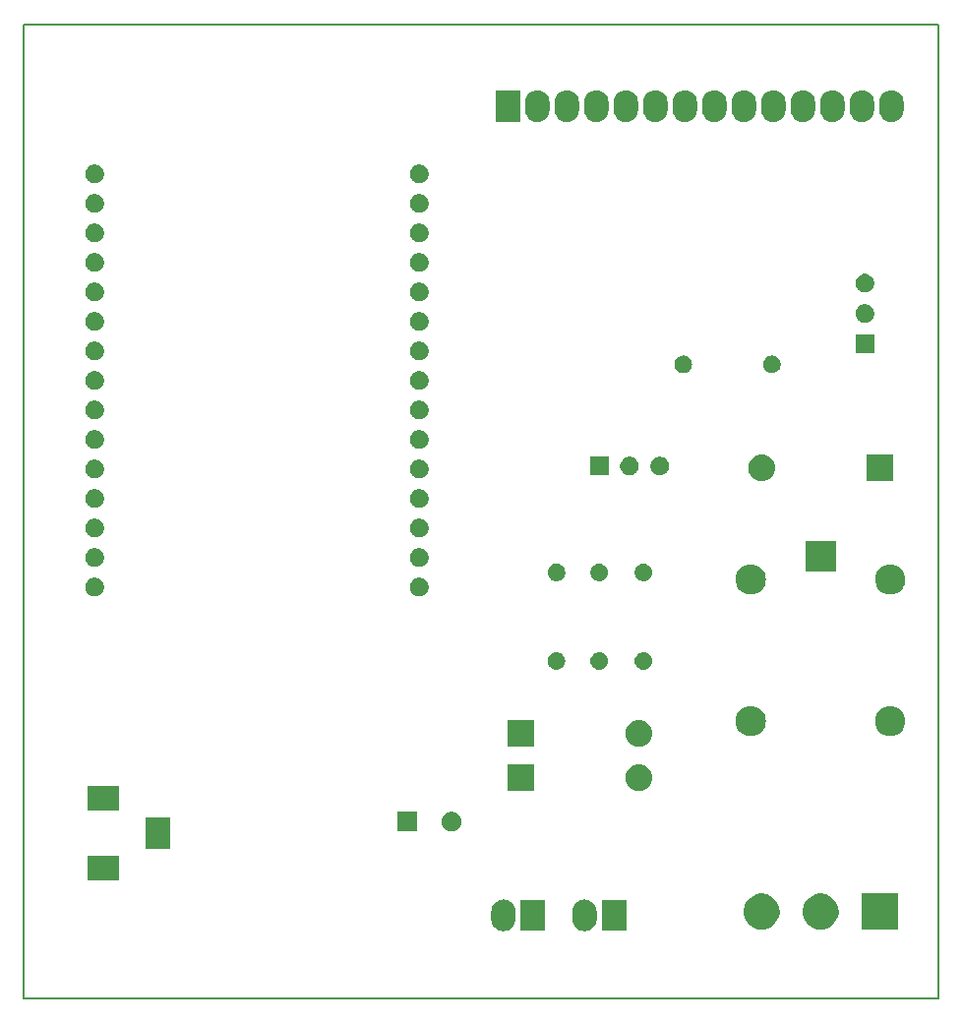
<source format=gbr>
G04 #@! TF.GenerationSoftware,KiCad,Pcbnew,(5.0.2)-1*
G04 #@! TF.CreationDate,2019-05-12T16:02:17+10:00*
G04 #@! TF.ProjectId,DTC,4454432e-6b69-4636-9164-5f7063625858,rev?*
G04 #@! TF.SameCoordinates,Original*
G04 #@! TF.FileFunction,Soldermask,Top*
G04 #@! TF.FilePolarity,Negative*
%FSLAX46Y46*%
G04 Gerber Fmt 4.6, Leading zero omitted, Abs format (unit mm)*
G04 Created by KiCad (PCBNEW (5.0.2)-1) date 12/05/2019 16:02:17*
%MOMM*%
%LPD*%
G01*
G04 APERTURE LIST*
%ADD10C,0.150000*%
%ADD11C,0.100000*%
G04 APERTURE END LIST*
D10*
X99060000Y-139700000D02*
X99060000Y-142240000D01*
X99060000Y-58420000D02*
X99060000Y-139700000D01*
X101600000Y-58420000D02*
X99060000Y-58420000D01*
X177800000Y-58420000D02*
X101600000Y-58420000D01*
X177800000Y-142240000D02*
X177800000Y-58420000D01*
X99060000Y-142240000D02*
X177800000Y-142240000D01*
D11*
G36*
X140552755Y-133722966D02*
X140750869Y-133783064D01*
X140933452Y-133880656D01*
X141093488Y-134011994D01*
X141224826Y-134172030D01*
X141270254Y-134257020D01*
X141322418Y-134354612D01*
X141352467Y-134453671D01*
X141382516Y-134552728D01*
X141397723Y-134707130D01*
X141397723Y-135410389D01*
X141382516Y-135564791D01*
X141322418Y-135762905D01*
X141224826Y-135945488D01*
X141219694Y-135951741D01*
X141093491Y-136105521D01*
X141093489Y-136105522D01*
X141093488Y-136105524D01*
X140933452Y-136236862D01*
X140750868Y-136334454D01*
X140552754Y-136394552D01*
X140346723Y-136414844D01*
X140140691Y-136394552D01*
X139942577Y-136334454D01*
X139759994Y-136236862D01*
X139619399Y-136121479D01*
X139599961Y-136105527D01*
X139599960Y-136105525D01*
X139599958Y-136105524D01*
X139468620Y-135945488D01*
X139371028Y-135762904D01*
X139310930Y-135564790D01*
X139295723Y-135410388D01*
X139295723Y-134707129D01*
X139310930Y-134552727D01*
X139350996Y-134420651D01*
X139371029Y-134354611D01*
X139468622Y-134172028D01*
X139599959Y-134011994D01*
X139759993Y-133880658D01*
X139759995Y-133880656D01*
X139942578Y-133783064D01*
X140140692Y-133722966D01*
X140346723Y-133702674D01*
X140552755Y-133722966D01*
X140552755Y-133722966D01*
G37*
G36*
X147526032Y-133722966D02*
X147724146Y-133783064D01*
X147906729Y-133880656D01*
X148066765Y-134011994D01*
X148198103Y-134172030D01*
X148243531Y-134257020D01*
X148295695Y-134354612D01*
X148325744Y-134453671D01*
X148355793Y-134552728D01*
X148371000Y-134707130D01*
X148371000Y-135410389D01*
X148355793Y-135564791D01*
X148295695Y-135762905D01*
X148198103Y-135945488D01*
X148192971Y-135951741D01*
X148066768Y-136105521D01*
X148066766Y-136105522D01*
X148066765Y-136105524D01*
X147906729Y-136236862D01*
X147724145Y-136334454D01*
X147526031Y-136394552D01*
X147320000Y-136414844D01*
X147113968Y-136394552D01*
X146915854Y-136334454D01*
X146733271Y-136236862D01*
X146592676Y-136121479D01*
X146573238Y-136105527D01*
X146573237Y-136105525D01*
X146573235Y-136105524D01*
X146441897Y-135945488D01*
X146344305Y-135762904D01*
X146284207Y-135564790D01*
X146269000Y-135410388D01*
X146269000Y-134707129D01*
X146284207Y-134552727D01*
X146324273Y-134420651D01*
X146344306Y-134354611D01*
X146441899Y-134172028D01*
X146573236Y-134011994D01*
X146733270Y-133880658D01*
X146733272Y-133880656D01*
X146915855Y-133783064D01*
X147113969Y-133722966D01*
X147320000Y-133702674D01*
X147526032Y-133722966D01*
X147526032Y-133722966D01*
G37*
G36*
X150911000Y-136409759D02*
X148809000Y-136409759D01*
X148809000Y-133707759D01*
X150911000Y-133707759D01*
X150911000Y-136409759D01*
X150911000Y-136409759D01*
G37*
G36*
X143937723Y-136409759D02*
X141835723Y-136409759D01*
X141835723Y-133707759D01*
X143937723Y-133707759D01*
X143937723Y-136409759D01*
X143937723Y-136409759D01*
G37*
G36*
X167992527Y-133235736D02*
X168092410Y-133255604D01*
X168374674Y-133372521D01*
X168628705Y-133542259D01*
X168844741Y-133758295D01*
X169014479Y-134012326D01*
X169080629Y-134172028D01*
X169131396Y-134294591D01*
X169182744Y-134552731D01*
X169191000Y-134594240D01*
X169191000Y-134899760D01*
X169131396Y-135199410D01*
X169014479Y-135481674D01*
X168844741Y-135735705D01*
X168628705Y-135951741D01*
X168374674Y-136121479D01*
X168092410Y-136238396D01*
X167992527Y-136258264D01*
X167792762Y-136298000D01*
X167487238Y-136298000D01*
X167287473Y-136258264D01*
X167187590Y-136238396D01*
X166905326Y-136121479D01*
X166651295Y-135951741D01*
X166435259Y-135735705D01*
X166265521Y-135481674D01*
X166148604Y-135199410D01*
X166089000Y-134899760D01*
X166089000Y-134594240D01*
X166097257Y-134552731D01*
X166148604Y-134294591D01*
X166199371Y-134172028D01*
X166265521Y-134012326D01*
X166435259Y-133758295D01*
X166651295Y-133542259D01*
X166905326Y-133372521D01*
X167187590Y-133255604D01*
X167287473Y-133235736D01*
X167487238Y-133196000D01*
X167792762Y-133196000D01*
X167992527Y-133235736D01*
X167992527Y-133235736D01*
G37*
G36*
X162912527Y-133235736D02*
X163012410Y-133255604D01*
X163294674Y-133372521D01*
X163548705Y-133542259D01*
X163764741Y-133758295D01*
X163934479Y-134012326D01*
X164000629Y-134172028D01*
X164051396Y-134294591D01*
X164102744Y-134552731D01*
X164111000Y-134594240D01*
X164111000Y-134899760D01*
X164051396Y-135199410D01*
X163934479Y-135481674D01*
X163764741Y-135735705D01*
X163548705Y-135951741D01*
X163294674Y-136121479D01*
X163012410Y-136238396D01*
X162912527Y-136258264D01*
X162712762Y-136298000D01*
X162407238Y-136298000D01*
X162207473Y-136258264D01*
X162107590Y-136238396D01*
X161825326Y-136121479D01*
X161571295Y-135951741D01*
X161355259Y-135735705D01*
X161185521Y-135481674D01*
X161068604Y-135199410D01*
X161009000Y-134899760D01*
X161009000Y-134594240D01*
X161017257Y-134552731D01*
X161068604Y-134294591D01*
X161119371Y-134172028D01*
X161185521Y-134012326D01*
X161355259Y-133758295D01*
X161571295Y-133542259D01*
X161825326Y-133372521D01*
X162107590Y-133255604D01*
X162207473Y-133235736D01*
X162407238Y-133196000D01*
X162712762Y-133196000D01*
X162912527Y-133235736D01*
X162912527Y-133235736D01*
G37*
G36*
X174271000Y-136298000D02*
X171169000Y-136298000D01*
X171169000Y-133196000D01*
X174271000Y-133196000D01*
X174271000Y-136298000D01*
X174271000Y-136298000D01*
G37*
G36*
X107269000Y-132067000D02*
X104567000Y-132067000D01*
X104567000Y-129965000D01*
X107269000Y-129965000D01*
X107269000Y-132067000D01*
X107269000Y-132067000D01*
G37*
G36*
X111669000Y-129367000D02*
X109567000Y-129367000D01*
X109567000Y-126665000D01*
X111669000Y-126665000D01*
X111669000Y-129367000D01*
X111669000Y-129367000D01*
G37*
G36*
X136128228Y-126181703D02*
X136283100Y-126245853D01*
X136422481Y-126338985D01*
X136541015Y-126457519D01*
X136634147Y-126596900D01*
X136698297Y-126751772D01*
X136731000Y-126916184D01*
X136731000Y-127083816D01*
X136698297Y-127248228D01*
X136634147Y-127403100D01*
X136541015Y-127542481D01*
X136422481Y-127661015D01*
X136283100Y-127754147D01*
X136128228Y-127818297D01*
X135963816Y-127851000D01*
X135796184Y-127851000D01*
X135631772Y-127818297D01*
X135476900Y-127754147D01*
X135337519Y-127661015D01*
X135218985Y-127542481D01*
X135125853Y-127403100D01*
X135061703Y-127248228D01*
X135029000Y-127083816D01*
X135029000Y-126916184D01*
X135061703Y-126751772D01*
X135125853Y-126596900D01*
X135218985Y-126457519D01*
X135337519Y-126338985D01*
X135476900Y-126245853D01*
X135631772Y-126181703D01*
X135796184Y-126149000D01*
X135963816Y-126149000D01*
X136128228Y-126181703D01*
X136128228Y-126181703D01*
G37*
G36*
X132931000Y-127851000D02*
X131229000Y-127851000D01*
X131229000Y-126149000D01*
X132931000Y-126149000D01*
X132931000Y-127851000D01*
X132931000Y-127851000D01*
G37*
G36*
X107269000Y-126067000D02*
X104567000Y-126067000D01*
X104567000Y-123965000D01*
X107269000Y-123965000D01*
X107269000Y-126067000D01*
X107269000Y-126067000D01*
G37*
G36*
X152143180Y-122045662D02*
X152244635Y-122055654D01*
X152461600Y-122121470D01*
X152461602Y-122121471D01*
X152461605Y-122121472D01*
X152661556Y-122228347D01*
X152836818Y-122372182D01*
X152980653Y-122547444D01*
X153087528Y-122747395D01*
X153087529Y-122747398D01*
X153087530Y-122747400D01*
X153153346Y-122964365D01*
X153175569Y-123190000D01*
X153153346Y-123415635D01*
X153087530Y-123632600D01*
X153087528Y-123632605D01*
X152980653Y-123832556D01*
X152836818Y-124007818D01*
X152661556Y-124151653D01*
X152461605Y-124258528D01*
X152461602Y-124258529D01*
X152461600Y-124258530D01*
X152244635Y-124324346D01*
X152143180Y-124334338D01*
X152075545Y-124341000D01*
X151962455Y-124341000D01*
X151894820Y-124334338D01*
X151793365Y-124324346D01*
X151576400Y-124258530D01*
X151576398Y-124258529D01*
X151576395Y-124258528D01*
X151376444Y-124151653D01*
X151201182Y-124007818D01*
X151057347Y-123832556D01*
X150950472Y-123632605D01*
X150950470Y-123632600D01*
X150884654Y-123415635D01*
X150862431Y-123190000D01*
X150884654Y-122964365D01*
X150950470Y-122747400D01*
X150950471Y-122747398D01*
X150950472Y-122747395D01*
X151057347Y-122547444D01*
X151201182Y-122372182D01*
X151376444Y-122228347D01*
X151576395Y-122121472D01*
X151576398Y-122121471D01*
X151576400Y-122121470D01*
X151793365Y-122055654D01*
X151894820Y-122045662D01*
X151962455Y-122039000D01*
X152075545Y-122039000D01*
X152143180Y-122045662D01*
X152143180Y-122045662D01*
G37*
G36*
X143010000Y-124341000D02*
X140708000Y-124341000D01*
X140708000Y-122039000D01*
X143010000Y-122039000D01*
X143010000Y-124341000D01*
X143010000Y-124341000D01*
G37*
G36*
X152143180Y-118235662D02*
X152244635Y-118245654D01*
X152461600Y-118311470D01*
X152461602Y-118311471D01*
X152461605Y-118311472D01*
X152661556Y-118418347D01*
X152836818Y-118562182D01*
X152980653Y-118737444D01*
X153087528Y-118937395D01*
X153087529Y-118937398D01*
X153087530Y-118937400D01*
X153153346Y-119154365D01*
X153175569Y-119380000D01*
X153153346Y-119605635D01*
X153087530Y-119822600D01*
X153087528Y-119822605D01*
X152980653Y-120022556D01*
X152836818Y-120197818D01*
X152661556Y-120341653D01*
X152461605Y-120448528D01*
X152461602Y-120448529D01*
X152461600Y-120448530D01*
X152244635Y-120514346D01*
X152143180Y-120524338D01*
X152075545Y-120531000D01*
X151962455Y-120531000D01*
X151894820Y-120524338D01*
X151793365Y-120514346D01*
X151576400Y-120448530D01*
X151576398Y-120448529D01*
X151576395Y-120448528D01*
X151376444Y-120341653D01*
X151201182Y-120197818D01*
X151057347Y-120022556D01*
X150950472Y-119822605D01*
X150950470Y-119822600D01*
X150884654Y-119605635D01*
X150862431Y-119380000D01*
X150884654Y-119154365D01*
X150950470Y-118937400D01*
X150950471Y-118937398D01*
X150950472Y-118937395D01*
X151057347Y-118737444D01*
X151201182Y-118562182D01*
X151376444Y-118418347D01*
X151576395Y-118311472D01*
X151576398Y-118311471D01*
X151576400Y-118311470D01*
X151793365Y-118245654D01*
X151894820Y-118235662D01*
X151962455Y-118229000D01*
X152075545Y-118229000D01*
X152143180Y-118235662D01*
X152143180Y-118235662D01*
G37*
G36*
X143010000Y-120531000D02*
X140708000Y-120531000D01*
X140708000Y-118229000D01*
X143010000Y-118229000D01*
X143010000Y-120531000D01*
X143010000Y-120531000D01*
G37*
G36*
X173751689Y-117043706D02*
X173895040Y-117057825D01*
X174140280Y-117132218D01*
X174140282Y-117132219D01*
X174366296Y-117253026D01*
X174564397Y-117415603D01*
X174726974Y-117613704D01*
X174726975Y-117613706D01*
X174847782Y-117839720D01*
X174922175Y-118084960D01*
X174947294Y-118340000D01*
X174922175Y-118595040D01*
X174847782Y-118840280D01*
X174847781Y-118840282D01*
X174726974Y-119066296D01*
X174564397Y-119264397D01*
X174366296Y-119426974D01*
X174366294Y-119426975D01*
X174140280Y-119547782D01*
X173895040Y-119622175D01*
X173751689Y-119636294D01*
X173703906Y-119641000D01*
X173576094Y-119641000D01*
X173528311Y-119636294D01*
X173384960Y-119622175D01*
X173139720Y-119547782D01*
X172913706Y-119426975D01*
X172913704Y-119426974D01*
X172715603Y-119264397D01*
X172553026Y-119066296D01*
X172432219Y-118840282D01*
X172432218Y-118840280D01*
X172357825Y-118595040D01*
X172332706Y-118340000D01*
X172357825Y-118084960D01*
X172432218Y-117839720D01*
X172553025Y-117613706D01*
X172553026Y-117613704D01*
X172715603Y-117415603D01*
X172913704Y-117253026D01*
X173139718Y-117132219D01*
X173139720Y-117132218D01*
X173384960Y-117057825D01*
X173528311Y-117043706D01*
X173576094Y-117039000D01*
X173703906Y-117039000D01*
X173751689Y-117043706D01*
X173751689Y-117043706D01*
G37*
G36*
X161751689Y-117043706D02*
X161895040Y-117057825D01*
X162140280Y-117132218D01*
X162140282Y-117132219D01*
X162366296Y-117253026D01*
X162564397Y-117415603D01*
X162726974Y-117613704D01*
X162726975Y-117613706D01*
X162847782Y-117839720D01*
X162922175Y-118084960D01*
X162947294Y-118340000D01*
X162922175Y-118595040D01*
X162847782Y-118840280D01*
X162847781Y-118840282D01*
X162726974Y-119066296D01*
X162564397Y-119264397D01*
X162366296Y-119426974D01*
X162366294Y-119426975D01*
X162140280Y-119547782D01*
X161895040Y-119622175D01*
X161751689Y-119636294D01*
X161703906Y-119641000D01*
X161576094Y-119641000D01*
X161528311Y-119636294D01*
X161384960Y-119622175D01*
X161139720Y-119547782D01*
X160913706Y-119426975D01*
X160913704Y-119426974D01*
X160715603Y-119264397D01*
X160553026Y-119066296D01*
X160432219Y-118840282D01*
X160432218Y-118840280D01*
X160357825Y-118595040D01*
X160332706Y-118340000D01*
X160357825Y-118084960D01*
X160432218Y-117839720D01*
X160553025Y-117613706D01*
X160553026Y-117613704D01*
X160715603Y-117415603D01*
X160913704Y-117253026D01*
X161139718Y-117132219D01*
X161139720Y-117132218D01*
X161384960Y-117057825D01*
X161528311Y-117043706D01*
X161576094Y-117039000D01*
X161703906Y-117039000D01*
X161751689Y-117043706D01*
X161751689Y-117043706D01*
G37*
G36*
X148663665Y-112409622D02*
X148737222Y-112416867D01*
X148878786Y-112459810D01*
X149009252Y-112529546D01*
X149123606Y-112623394D01*
X149217454Y-112737748D01*
X149287190Y-112868214D01*
X149330133Y-113009778D01*
X149344633Y-113157000D01*
X149330133Y-113304222D01*
X149287190Y-113445786D01*
X149217454Y-113576252D01*
X149123606Y-113690606D01*
X149009252Y-113784454D01*
X148878786Y-113854190D01*
X148737222Y-113897133D01*
X148663665Y-113904378D01*
X148626888Y-113908000D01*
X148553112Y-113908000D01*
X148516335Y-113904378D01*
X148442778Y-113897133D01*
X148301214Y-113854190D01*
X148170748Y-113784454D01*
X148056394Y-113690606D01*
X147962546Y-113576252D01*
X147892810Y-113445786D01*
X147849867Y-113304222D01*
X147835367Y-113157000D01*
X147849867Y-113009778D01*
X147892810Y-112868214D01*
X147962546Y-112737748D01*
X148056394Y-112623394D01*
X148170748Y-112529546D01*
X148301214Y-112459810D01*
X148442778Y-112416867D01*
X148516335Y-112409622D01*
X148553112Y-112406000D01*
X148626888Y-112406000D01*
X148663665Y-112409622D01*
X148663665Y-112409622D01*
G37*
G36*
X144980665Y-112409622D02*
X145054222Y-112416867D01*
X145195786Y-112459810D01*
X145326252Y-112529546D01*
X145440606Y-112623394D01*
X145534454Y-112737748D01*
X145604190Y-112868214D01*
X145647133Y-113009778D01*
X145661633Y-113157000D01*
X145647133Y-113304222D01*
X145604190Y-113445786D01*
X145534454Y-113576252D01*
X145440606Y-113690606D01*
X145326252Y-113784454D01*
X145195786Y-113854190D01*
X145054222Y-113897133D01*
X144980665Y-113904378D01*
X144943888Y-113908000D01*
X144870112Y-113908000D01*
X144833335Y-113904378D01*
X144759778Y-113897133D01*
X144618214Y-113854190D01*
X144487748Y-113784454D01*
X144373394Y-113690606D01*
X144279546Y-113576252D01*
X144209810Y-113445786D01*
X144166867Y-113304222D01*
X144152367Y-113157000D01*
X144166867Y-113009778D01*
X144209810Y-112868214D01*
X144279546Y-112737748D01*
X144373394Y-112623394D01*
X144487748Y-112529546D01*
X144618214Y-112459810D01*
X144759778Y-112416867D01*
X144833335Y-112409622D01*
X144870112Y-112406000D01*
X144943888Y-112406000D01*
X144980665Y-112409622D01*
X144980665Y-112409622D01*
G37*
G36*
X152473665Y-112409622D02*
X152547222Y-112416867D01*
X152688786Y-112459810D01*
X152819252Y-112529546D01*
X152933606Y-112623394D01*
X153027454Y-112737748D01*
X153097190Y-112868214D01*
X153140133Y-113009778D01*
X153154633Y-113157000D01*
X153140133Y-113304222D01*
X153097190Y-113445786D01*
X153027454Y-113576252D01*
X152933606Y-113690606D01*
X152819252Y-113784454D01*
X152688786Y-113854190D01*
X152547222Y-113897133D01*
X152473665Y-113904378D01*
X152436888Y-113908000D01*
X152363112Y-113908000D01*
X152326335Y-113904378D01*
X152252778Y-113897133D01*
X152111214Y-113854190D01*
X151980748Y-113784454D01*
X151866394Y-113690606D01*
X151772546Y-113576252D01*
X151702810Y-113445786D01*
X151659867Y-113304222D01*
X151645367Y-113157000D01*
X151659867Y-113009778D01*
X151702810Y-112868214D01*
X151772546Y-112737748D01*
X151866394Y-112623394D01*
X151980748Y-112529546D01*
X152111214Y-112459810D01*
X152252778Y-112416867D01*
X152326335Y-112409622D01*
X152363112Y-112406000D01*
X152436888Y-112406000D01*
X152473665Y-112409622D01*
X152473665Y-112409622D01*
G37*
G36*
X105393142Y-106025242D02*
X105541102Y-106086530D01*
X105674258Y-106175502D01*
X105787498Y-106288742D01*
X105876470Y-106421898D01*
X105937758Y-106569858D01*
X105969000Y-106726925D01*
X105969000Y-106887075D01*
X105937758Y-107044142D01*
X105876470Y-107192102D01*
X105831683Y-107259130D01*
X105787499Y-107325257D01*
X105674257Y-107438499D01*
X105608130Y-107482683D01*
X105541102Y-107527470D01*
X105393142Y-107588758D01*
X105236075Y-107620000D01*
X105075925Y-107620000D01*
X104918858Y-107588758D01*
X104770898Y-107527470D01*
X104703870Y-107482683D01*
X104637743Y-107438499D01*
X104524501Y-107325257D01*
X104480317Y-107259130D01*
X104435530Y-107192102D01*
X104374242Y-107044142D01*
X104343000Y-106887075D01*
X104343000Y-106726925D01*
X104374242Y-106569858D01*
X104435530Y-106421898D01*
X104524502Y-106288742D01*
X104637742Y-106175502D01*
X104770898Y-106086530D01*
X104918858Y-106025242D01*
X105075925Y-105994000D01*
X105236075Y-105994000D01*
X105393142Y-106025242D01*
X105393142Y-106025242D01*
G37*
G36*
X133333142Y-106025242D02*
X133481102Y-106086530D01*
X133614258Y-106175502D01*
X133727498Y-106288742D01*
X133816470Y-106421898D01*
X133877758Y-106569858D01*
X133909000Y-106726925D01*
X133909000Y-106887075D01*
X133877758Y-107044142D01*
X133816470Y-107192102D01*
X133771683Y-107259130D01*
X133727499Y-107325257D01*
X133614257Y-107438499D01*
X133548130Y-107482683D01*
X133481102Y-107527470D01*
X133333142Y-107588758D01*
X133176075Y-107620000D01*
X133015925Y-107620000D01*
X132858858Y-107588758D01*
X132710898Y-107527470D01*
X132643870Y-107482683D01*
X132577743Y-107438499D01*
X132464501Y-107325257D01*
X132420317Y-107259130D01*
X132375530Y-107192102D01*
X132314242Y-107044142D01*
X132283000Y-106887075D01*
X132283000Y-106726925D01*
X132314242Y-106569858D01*
X132375530Y-106421898D01*
X132464502Y-106288742D01*
X132577742Y-106175502D01*
X132710898Y-106086530D01*
X132858858Y-106025242D01*
X133015925Y-105994000D01*
X133176075Y-105994000D01*
X133333142Y-106025242D01*
X133333142Y-106025242D01*
G37*
G36*
X173751689Y-104843706D02*
X173895040Y-104857825D01*
X174140280Y-104932218D01*
X174140282Y-104932219D01*
X174366296Y-105053026D01*
X174564397Y-105215603D01*
X174726974Y-105413704D01*
X174726975Y-105413706D01*
X174847782Y-105639720D01*
X174922175Y-105884960D01*
X174947294Y-106140000D01*
X174922175Y-106395040D01*
X174869144Y-106569858D01*
X174847781Y-106640282D01*
X174726974Y-106866296D01*
X174564397Y-107064397D01*
X174366296Y-107226974D01*
X174140282Y-107347781D01*
X174140280Y-107347782D01*
X173895040Y-107422175D01*
X173751689Y-107436294D01*
X173703906Y-107441000D01*
X173576094Y-107441000D01*
X173528311Y-107436294D01*
X173384960Y-107422175D01*
X173139720Y-107347782D01*
X173139718Y-107347781D01*
X172913704Y-107226974D01*
X172715603Y-107064397D01*
X172553026Y-106866296D01*
X172432219Y-106640282D01*
X172410856Y-106569858D01*
X172357825Y-106395040D01*
X172332706Y-106140000D01*
X172357825Y-105884960D01*
X172432218Y-105639720D01*
X172553025Y-105413706D01*
X172553026Y-105413704D01*
X172715603Y-105215603D01*
X172913704Y-105053026D01*
X173139718Y-104932219D01*
X173139720Y-104932218D01*
X173384960Y-104857825D01*
X173528311Y-104843706D01*
X173576094Y-104839000D01*
X173703906Y-104839000D01*
X173751689Y-104843706D01*
X173751689Y-104843706D01*
G37*
G36*
X161751689Y-104843706D02*
X161895040Y-104857825D01*
X162140280Y-104932218D01*
X162140282Y-104932219D01*
X162366296Y-105053026D01*
X162564397Y-105215603D01*
X162726974Y-105413704D01*
X162726975Y-105413706D01*
X162847782Y-105639720D01*
X162922175Y-105884960D01*
X162947294Y-106140000D01*
X162922175Y-106395040D01*
X162869144Y-106569858D01*
X162847781Y-106640282D01*
X162726974Y-106866296D01*
X162564397Y-107064397D01*
X162366296Y-107226974D01*
X162140282Y-107347781D01*
X162140280Y-107347782D01*
X161895040Y-107422175D01*
X161751689Y-107436294D01*
X161703906Y-107441000D01*
X161576094Y-107441000D01*
X161528311Y-107436294D01*
X161384960Y-107422175D01*
X161139720Y-107347782D01*
X161139718Y-107347781D01*
X160913704Y-107226974D01*
X160715603Y-107064397D01*
X160553026Y-106866296D01*
X160432219Y-106640282D01*
X160410856Y-106569858D01*
X160357825Y-106395040D01*
X160332706Y-106140000D01*
X160357825Y-105884960D01*
X160432218Y-105639720D01*
X160553025Y-105413706D01*
X160553026Y-105413704D01*
X160715603Y-105215603D01*
X160913704Y-105053026D01*
X161139718Y-104932219D01*
X161139720Y-104932218D01*
X161384960Y-104857825D01*
X161528311Y-104843706D01*
X161576094Y-104839000D01*
X161703906Y-104839000D01*
X161751689Y-104843706D01*
X161751689Y-104843706D01*
G37*
G36*
X145039004Y-104797544D02*
X145126059Y-104814860D01*
X145262732Y-104871472D01*
X145353645Y-104932218D01*
X145385738Y-104953662D01*
X145490338Y-105058262D01*
X145490340Y-105058265D01*
X145572528Y-105181268D01*
X145629140Y-105317941D01*
X145646456Y-105404996D01*
X145653618Y-105441000D01*
X145658000Y-105463033D01*
X145658000Y-105610967D01*
X145629140Y-105756059D01*
X145572528Y-105892732D01*
X145572527Y-105892733D01*
X145490338Y-106015738D01*
X145385738Y-106120338D01*
X145385735Y-106120340D01*
X145262732Y-106202528D01*
X145126059Y-106259140D01*
X145039004Y-106276456D01*
X144980969Y-106288000D01*
X144833031Y-106288000D01*
X144774996Y-106276456D01*
X144687941Y-106259140D01*
X144551268Y-106202528D01*
X144428265Y-106120340D01*
X144428262Y-106120338D01*
X144323662Y-106015738D01*
X144241473Y-105892733D01*
X144241472Y-105892732D01*
X144184860Y-105756059D01*
X144156000Y-105610967D01*
X144156000Y-105463033D01*
X144160383Y-105441000D01*
X144167544Y-105404996D01*
X144184860Y-105317941D01*
X144241472Y-105181268D01*
X144323660Y-105058265D01*
X144323662Y-105058262D01*
X144428262Y-104953662D01*
X144460355Y-104932218D01*
X144551268Y-104871472D01*
X144687941Y-104814860D01*
X144774996Y-104797544D01*
X144833031Y-104786000D01*
X144980969Y-104786000D01*
X145039004Y-104797544D01*
X145039004Y-104797544D01*
G37*
G36*
X148722004Y-104797544D02*
X148809059Y-104814860D01*
X148945732Y-104871472D01*
X149036645Y-104932218D01*
X149068738Y-104953662D01*
X149173338Y-105058262D01*
X149173340Y-105058265D01*
X149255528Y-105181268D01*
X149312140Y-105317941D01*
X149329456Y-105404996D01*
X149336618Y-105441000D01*
X149341000Y-105463033D01*
X149341000Y-105610967D01*
X149312140Y-105756059D01*
X149255528Y-105892732D01*
X149255527Y-105892733D01*
X149173338Y-106015738D01*
X149068738Y-106120338D01*
X149068735Y-106120340D01*
X148945732Y-106202528D01*
X148809059Y-106259140D01*
X148722004Y-106276456D01*
X148663969Y-106288000D01*
X148516031Y-106288000D01*
X148457996Y-106276456D01*
X148370941Y-106259140D01*
X148234268Y-106202528D01*
X148111265Y-106120340D01*
X148111262Y-106120338D01*
X148006662Y-106015738D01*
X147924473Y-105892733D01*
X147924472Y-105892732D01*
X147867860Y-105756059D01*
X147839000Y-105610967D01*
X147839000Y-105463033D01*
X147843383Y-105441000D01*
X147850544Y-105404996D01*
X147867860Y-105317941D01*
X147924472Y-105181268D01*
X148006660Y-105058265D01*
X148006662Y-105058262D01*
X148111262Y-104953662D01*
X148143355Y-104932218D01*
X148234268Y-104871472D01*
X148370941Y-104814860D01*
X148457996Y-104797544D01*
X148516031Y-104786000D01*
X148663969Y-104786000D01*
X148722004Y-104797544D01*
X148722004Y-104797544D01*
G37*
G36*
X152532004Y-104797544D02*
X152619059Y-104814860D01*
X152755732Y-104871472D01*
X152846645Y-104932218D01*
X152878738Y-104953662D01*
X152983338Y-105058262D01*
X152983340Y-105058265D01*
X153065528Y-105181268D01*
X153122140Y-105317941D01*
X153139456Y-105404996D01*
X153146618Y-105441000D01*
X153151000Y-105463033D01*
X153151000Y-105610967D01*
X153122140Y-105756059D01*
X153065528Y-105892732D01*
X153065527Y-105892733D01*
X152983338Y-106015738D01*
X152878738Y-106120338D01*
X152878735Y-106120340D01*
X152755732Y-106202528D01*
X152619059Y-106259140D01*
X152532004Y-106276456D01*
X152473969Y-106288000D01*
X152326031Y-106288000D01*
X152267996Y-106276456D01*
X152180941Y-106259140D01*
X152044268Y-106202528D01*
X151921265Y-106120340D01*
X151921262Y-106120338D01*
X151816662Y-106015738D01*
X151734473Y-105892733D01*
X151734472Y-105892732D01*
X151677860Y-105756059D01*
X151649000Y-105610967D01*
X151649000Y-105463033D01*
X151653383Y-105441000D01*
X151660544Y-105404996D01*
X151677860Y-105317941D01*
X151734472Y-105181268D01*
X151816660Y-105058265D01*
X151816662Y-105058262D01*
X151921262Y-104953662D01*
X151953355Y-104932218D01*
X152044268Y-104871472D01*
X152180941Y-104814860D01*
X152267996Y-104797544D01*
X152326031Y-104786000D01*
X152473969Y-104786000D01*
X152532004Y-104797544D01*
X152532004Y-104797544D01*
G37*
G36*
X168941000Y-105441000D02*
X166339000Y-105441000D01*
X166339000Y-102839000D01*
X168941000Y-102839000D01*
X168941000Y-105441000D01*
X168941000Y-105441000D01*
G37*
G36*
X105393142Y-103485242D02*
X105541102Y-103546530D01*
X105674258Y-103635502D01*
X105787498Y-103748742D01*
X105876470Y-103881898D01*
X105937758Y-104029858D01*
X105969000Y-104186925D01*
X105969000Y-104347075D01*
X105937758Y-104504142D01*
X105890354Y-104618583D01*
X105876471Y-104652100D01*
X105787499Y-104785257D01*
X105674257Y-104898499D01*
X105623791Y-104932219D01*
X105541102Y-104987470D01*
X105393142Y-105048758D01*
X105236075Y-105080000D01*
X105075925Y-105080000D01*
X104918858Y-105048758D01*
X104770898Y-104987470D01*
X104688209Y-104932219D01*
X104637743Y-104898499D01*
X104524501Y-104785257D01*
X104435529Y-104652100D01*
X104421646Y-104618583D01*
X104374242Y-104504142D01*
X104343000Y-104347075D01*
X104343000Y-104186925D01*
X104374242Y-104029858D01*
X104435530Y-103881898D01*
X104524502Y-103748742D01*
X104637742Y-103635502D01*
X104770898Y-103546530D01*
X104918858Y-103485242D01*
X105075925Y-103454000D01*
X105236075Y-103454000D01*
X105393142Y-103485242D01*
X105393142Y-103485242D01*
G37*
G36*
X133333142Y-103485242D02*
X133481102Y-103546530D01*
X133614258Y-103635502D01*
X133727498Y-103748742D01*
X133816470Y-103881898D01*
X133877758Y-104029858D01*
X133909000Y-104186925D01*
X133909000Y-104347075D01*
X133877758Y-104504142D01*
X133830354Y-104618583D01*
X133816471Y-104652100D01*
X133727499Y-104785257D01*
X133614257Y-104898499D01*
X133563791Y-104932219D01*
X133481102Y-104987470D01*
X133333142Y-105048758D01*
X133176075Y-105080000D01*
X133015925Y-105080000D01*
X132858858Y-105048758D01*
X132710898Y-104987470D01*
X132628209Y-104932219D01*
X132577743Y-104898499D01*
X132464501Y-104785257D01*
X132375529Y-104652100D01*
X132361646Y-104618583D01*
X132314242Y-104504142D01*
X132283000Y-104347075D01*
X132283000Y-104186925D01*
X132314242Y-104029858D01*
X132375530Y-103881898D01*
X132464502Y-103748742D01*
X132577742Y-103635502D01*
X132710898Y-103546530D01*
X132858858Y-103485242D01*
X133015925Y-103454000D01*
X133176075Y-103454000D01*
X133333142Y-103485242D01*
X133333142Y-103485242D01*
G37*
G36*
X105393142Y-100945242D02*
X105541102Y-101006530D01*
X105674258Y-101095502D01*
X105787498Y-101208742D01*
X105876470Y-101341898D01*
X105937758Y-101489858D01*
X105969000Y-101646925D01*
X105969000Y-101807075D01*
X105937758Y-101964142D01*
X105876470Y-102112102D01*
X105787498Y-102245258D01*
X105674258Y-102358498D01*
X105541102Y-102447470D01*
X105393142Y-102508758D01*
X105236075Y-102540000D01*
X105075925Y-102540000D01*
X104918858Y-102508758D01*
X104770898Y-102447470D01*
X104637742Y-102358498D01*
X104524502Y-102245258D01*
X104435530Y-102112102D01*
X104374242Y-101964142D01*
X104343000Y-101807075D01*
X104343000Y-101646925D01*
X104374242Y-101489858D01*
X104435530Y-101341898D01*
X104524502Y-101208742D01*
X104637742Y-101095502D01*
X104770898Y-101006530D01*
X104918858Y-100945242D01*
X105075925Y-100914000D01*
X105236075Y-100914000D01*
X105393142Y-100945242D01*
X105393142Y-100945242D01*
G37*
G36*
X133333142Y-100945242D02*
X133481102Y-101006530D01*
X133614258Y-101095502D01*
X133727498Y-101208742D01*
X133816470Y-101341898D01*
X133877758Y-101489858D01*
X133909000Y-101646925D01*
X133909000Y-101807075D01*
X133877758Y-101964142D01*
X133816470Y-102112102D01*
X133727498Y-102245258D01*
X133614258Y-102358498D01*
X133481102Y-102447470D01*
X133333142Y-102508758D01*
X133176075Y-102540000D01*
X133015925Y-102540000D01*
X132858858Y-102508758D01*
X132710898Y-102447470D01*
X132577742Y-102358498D01*
X132464502Y-102245258D01*
X132375530Y-102112102D01*
X132314242Y-101964142D01*
X132283000Y-101807075D01*
X132283000Y-101646925D01*
X132314242Y-101489858D01*
X132375530Y-101341898D01*
X132464502Y-101208742D01*
X132577742Y-101095502D01*
X132710898Y-101006530D01*
X132858858Y-100945242D01*
X133015925Y-100914000D01*
X133176075Y-100914000D01*
X133333142Y-100945242D01*
X133333142Y-100945242D01*
G37*
G36*
X105393142Y-98405242D02*
X105541102Y-98466530D01*
X105674258Y-98555502D01*
X105787498Y-98668742D01*
X105876470Y-98801898D01*
X105937758Y-98949858D01*
X105969000Y-99106925D01*
X105969000Y-99267075D01*
X105937758Y-99424142D01*
X105876470Y-99572102D01*
X105787498Y-99705258D01*
X105674258Y-99818498D01*
X105541102Y-99907470D01*
X105393142Y-99968758D01*
X105236075Y-100000000D01*
X105075925Y-100000000D01*
X104918858Y-99968758D01*
X104770898Y-99907470D01*
X104637742Y-99818498D01*
X104524502Y-99705258D01*
X104435530Y-99572102D01*
X104374242Y-99424142D01*
X104343000Y-99267075D01*
X104343000Y-99106925D01*
X104374242Y-98949858D01*
X104435530Y-98801898D01*
X104524502Y-98668742D01*
X104637742Y-98555502D01*
X104770898Y-98466530D01*
X104918858Y-98405242D01*
X105075925Y-98374000D01*
X105236075Y-98374000D01*
X105393142Y-98405242D01*
X105393142Y-98405242D01*
G37*
G36*
X133333142Y-98405242D02*
X133481102Y-98466530D01*
X133614258Y-98555502D01*
X133727498Y-98668742D01*
X133816470Y-98801898D01*
X133877758Y-98949858D01*
X133909000Y-99106925D01*
X133909000Y-99267075D01*
X133877758Y-99424142D01*
X133816470Y-99572102D01*
X133727498Y-99705258D01*
X133614258Y-99818498D01*
X133481102Y-99907470D01*
X133333142Y-99968758D01*
X133176075Y-100000000D01*
X133015925Y-100000000D01*
X132858858Y-99968758D01*
X132710898Y-99907470D01*
X132577742Y-99818498D01*
X132464502Y-99705258D01*
X132375530Y-99572102D01*
X132314242Y-99424142D01*
X132283000Y-99267075D01*
X132283000Y-99106925D01*
X132314242Y-98949858D01*
X132375530Y-98801898D01*
X132464502Y-98668742D01*
X132577742Y-98555502D01*
X132710898Y-98466530D01*
X132858858Y-98405242D01*
X133015925Y-98374000D01*
X133176075Y-98374000D01*
X133333142Y-98405242D01*
X133333142Y-98405242D01*
G37*
G36*
X173871000Y-97671000D02*
X171569000Y-97671000D01*
X171569000Y-95369000D01*
X173871000Y-95369000D01*
X173871000Y-97671000D01*
X173871000Y-97671000D01*
G37*
G36*
X162684180Y-95375662D02*
X162785635Y-95385654D01*
X163002600Y-95451470D01*
X163002602Y-95451471D01*
X163002605Y-95451472D01*
X163202556Y-95558347D01*
X163377818Y-95702182D01*
X163521653Y-95877444D01*
X163628528Y-96077395D01*
X163628529Y-96077398D01*
X163628530Y-96077400D01*
X163694346Y-96294365D01*
X163716569Y-96520000D01*
X163694346Y-96745635D01*
X163646425Y-96903608D01*
X163628528Y-96962605D01*
X163521653Y-97162556D01*
X163377818Y-97337818D01*
X163202556Y-97481653D01*
X163002605Y-97588528D01*
X163002602Y-97588529D01*
X163002600Y-97588530D01*
X162785635Y-97654346D01*
X162684180Y-97664338D01*
X162616545Y-97671000D01*
X162503455Y-97671000D01*
X162435820Y-97664338D01*
X162334365Y-97654346D01*
X162117400Y-97588530D01*
X162117398Y-97588529D01*
X162117395Y-97588528D01*
X161917444Y-97481653D01*
X161742182Y-97337818D01*
X161598347Y-97162556D01*
X161491472Y-96962605D01*
X161473575Y-96903608D01*
X161425654Y-96745635D01*
X161403431Y-96520000D01*
X161425654Y-96294365D01*
X161491470Y-96077400D01*
X161491471Y-96077398D01*
X161491472Y-96077395D01*
X161598347Y-95877444D01*
X161742182Y-95702182D01*
X161917444Y-95558347D01*
X162117395Y-95451472D01*
X162117398Y-95451471D01*
X162117400Y-95451470D01*
X162334365Y-95385654D01*
X162435820Y-95375662D01*
X162503455Y-95369000D01*
X162616545Y-95369000D01*
X162684180Y-95375662D01*
X162684180Y-95375662D01*
G37*
G36*
X133333142Y-95865242D02*
X133481102Y-95926530D01*
X133614258Y-96015502D01*
X133727498Y-96128742D01*
X133816470Y-96261898D01*
X133877758Y-96409858D01*
X133909000Y-96566925D01*
X133909000Y-96727075D01*
X133877758Y-96884142D01*
X133845259Y-96962600D01*
X133816471Y-97032100D01*
X133728861Y-97163219D01*
X133727498Y-97165258D01*
X133614258Y-97278498D01*
X133481102Y-97367470D01*
X133333142Y-97428758D01*
X133176075Y-97460000D01*
X133015925Y-97460000D01*
X132858858Y-97428758D01*
X132710898Y-97367470D01*
X132577742Y-97278498D01*
X132464502Y-97165258D01*
X132463140Y-97163219D01*
X132375529Y-97032100D01*
X132346741Y-96962600D01*
X132314242Y-96884142D01*
X132283000Y-96727075D01*
X132283000Y-96566925D01*
X132314242Y-96409858D01*
X132375530Y-96261898D01*
X132464502Y-96128742D01*
X132577742Y-96015502D01*
X132710898Y-95926530D01*
X132858858Y-95865242D01*
X133015925Y-95834000D01*
X133176075Y-95834000D01*
X133333142Y-95865242D01*
X133333142Y-95865242D01*
G37*
G36*
X105393142Y-95865242D02*
X105541102Y-95926530D01*
X105674258Y-96015502D01*
X105787498Y-96128742D01*
X105876470Y-96261898D01*
X105937758Y-96409858D01*
X105969000Y-96566925D01*
X105969000Y-96727075D01*
X105937758Y-96884142D01*
X105905259Y-96962600D01*
X105876471Y-97032100D01*
X105788861Y-97163219D01*
X105787498Y-97165258D01*
X105674258Y-97278498D01*
X105541102Y-97367470D01*
X105393142Y-97428758D01*
X105236075Y-97460000D01*
X105075925Y-97460000D01*
X104918858Y-97428758D01*
X104770898Y-97367470D01*
X104637742Y-97278498D01*
X104524502Y-97165258D01*
X104523140Y-97163219D01*
X104435529Y-97032100D01*
X104406741Y-96962600D01*
X104374242Y-96884142D01*
X104343000Y-96727075D01*
X104343000Y-96566925D01*
X104374242Y-96409858D01*
X104435530Y-96261898D01*
X104524502Y-96128742D01*
X104637742Y-96015502D01*
X104770898Y-95926530D01*
X104918858Y-95865242D01*
X105075925Y-95834000D01*
X105236075Y-95834000D01*
X105393142Y-95865242D01*
X105393142Y-95865242D01*
G37*
G36*
X149391000Y-97194000D02*
X147789000Y-97194000D01*
X147789000Y-95592000D01*
X149391000Y-95592000D01*
X149391000Y-97194000D01*
X149391000Y-97194000D01*
G37*
G36*
X154023643Y-95622781D02*
X154169415Y-95683162D01*
X154300611Y-95770824D01*
X154412176Y-95882389D01*
X154499838Y-96013585D01*
X154560219Y-96159357D01*
X154591000Y-96314107D01*
X154591000Y-96471893D01*
X154560219Y-96626643D01*
X154499838Y-96772415D01*
X154412176Y-96903611D01*
X154300611Y-97015176D01*
X154169415Y-97102838D01*
X154023643Y-97163219D01*
X153868893Y-97194000D01*
X153711107Y-97194000D01*
X153556357Y-97163219D01*
X153410585Y-97102838D01*
X153279389Y-97015176D01*
X153167824Y-96903611D01*
X153080162Y-96772415D01*
X153019781Y-96626643D01*
X152989000Y-96471893D01*
X152989000Y-96314107D01*
X153019781Y-96159357D01*
X153080162Y-96013585D01*
X153167824Y-95882389D01*
X153279389Y-95770824D01*
X153410585Y-95683162D01*
X153556357Y-95622781D01*
X153711107Y-95592000D01*
X153868893Y-95592000D01*
X154023643Y-95622781D01*
X154023643Y-95622781D01*
G37*
G36*
X151423643Y-95622781D02*
X151569415Y-95683162D01*
X151700611Y-95770824D01*
X151812176Y-95882389D01*
X151899838Y-96013585D01*
X151960219Y-96159357D01*
X151991000Y-96314107D01*
X151991000Y-96471893D01*
X151960219Y-96626643D01*
X151899838Y-96772415D01*
X151812176Y-96903611D01*
X151700611Y-97015176D01*
X151569415Y-97102838D01*
X151423643Y-97163219D01*
X151268893Y-97194000D01*
X151111107Y-97194000D01*
X150956357Y-97163219D01*
X150810585Y-97102838D01*
X150679389Y-97015176D01*
X150567824Y-96903611D01*
X150480162Y-96772415D01*
X150419781Y-96626643D01*
X150389000Y-96471893D01*
X150389000Y-96314107D01*
X150419781Y-96159357D01*
X150480162Y-96013585D01*
X150567824Y-95882389D01*
X150679389Y-95770824D01*
X150810585Y-95683162D01*
X150956357Y-95622781D01*
X151111107Y-95592000D01*
X151268893Y-95592000D01*
X151423643Y-95622781D01*
X151423643Y-95622781D01*
G37*
G36*
X105393142Y-93325242D02*
X105541102Y-93386530D01*
X105674258Y-93475502D01*
X105787498Y-93588742D01*
X105876470Y-93721898D01*
X105937758Y-93869858D01*
X105969000Y-94026925D01*
X105969000Y-94187075D01*
X105937758Y-94344142D01*
X105876470Y-94492102D01*
X105787498Y-94625258D01*
X105674258Y-94738498D01*
X105541102Y-94827470D01*
X105393142Y-94888758D01*
X105236075Y-94920000D01*
X105075925Y-94920000D01*
X104918858Y-94888758D01*
X104770898Y-94827470D01*
X104637742Y-94738498D01*
X104524502Y-94625258D01*
X104435530Y-94492102D01*
X104374242Y-94344142D01*
X104343000Y-94187075D01*
X104343000Y-94026925D01*
X104374242Y-93869858D01*
X104435530Y-93721898D01*
X104524502Y-93588742D01*
X104637742Y-93475502D01*
X104770898Y-93386530D01*
X104918858Y-93325242D01*
X105075925Y-93294000D01*
X105236075Y-93294000D01*
X105393142Y-93325242D01*
X105393142Y-93325242D01*
G37*
G36*
X133333142Y-93325242D02*
X133481102Y-93386530D01*
X133614258Y-93475502D01*
X133727498Y-93588742D01*
X133816470Y-93721898D01*
X133877758Y-93869858D01*
X133909000Y-94026925D01*
X133909000Y-94187075D01*
X133877758Y-94344142D01*
X133816470Y-94492102D01*
X133727498Y-94625258D01*
X133614258Y-94738498D01*
X133481102Y-94827470D01*
X133333142Y-94888758D01*
X133176075Y-94920000D01*
X133015925Y-94920000D01*
X132858858Y-94888758D01*
X132710898Y-94827470D01*
X132577742Y-94738498D01*
X132464502Y-94625258D01*
X132375530Y-94492102D01*
X132314242Y-94344142D01*
X132283000Y-94187075D01*
X132283000Y-94026925D01*
X132314242Y-93869858D01*
X132375530Y-93721898D01*
X132464502Y-93588742D01*
X132577742Y-93475502D01*
X132710898Y-93386530D01*
X132858858Y-93325242D01*
X133015925Y-93294000D01*
X133176075Y-93294000D01*
X133333142Y-93325242D01*
X133333142Y-93325242D01*
G37*
G36*
X133333142Y-90785242D02*
X133481102Y-90846530D01*
X133614258Y-90935502D01*
X133727498Y-91048742D01*
X133816470Y-91181898D01*
X133877758Y-91329858D01*
X133909000Y-91486925D01*
X133909000Y-91647075D01*
X133877758Y-91804142D01*
X133816470Y-91952102D01*
X133727498Y-92085258D01*
X133614258Y-92198498D01*
X133481102Y-92287470D01*
X133333142Y-92348758D01*
X133176075Y-92380000D01*
X133015925Y-92380000D01*
X132858858Y-92348758D01*
X132710898Y-92287470D01*
X132577742Y-92198498D01*
X132464502Y-92085258D01*
X132375530Y-91952102D01*
X132314242Y-91804142D01*
X132283000Y-91647075D01*
X132283000Y-91486925D01*
X132314242Y-91329858D01*
X132375530Y-91181898D01*
X132464502Y-91048742D01*
X132577742Y-90935502D01*
X132710898Y-90846530D01*
X132858858Y-90785242D01*
X133015925Y-90754000D01*
X133176075Y-90754000D01*
X133333142Y-90785242D01*
X133333142Y-90785242D01*
G37*
G36*
X105393142Y-90785242D02*
X105541102Y-90846530D01*
X105674258Y-90935502D01*
X105787498Y-91048742D01*
X105876470Y-91181898D01*
X105937758Y-91329858D01*
X105969000Y-91486925D01*
X105969000Y-91647075D01*
X105937758Y-91804142D01*
X105876470Y-91952102D01*
X105787498Y-92085258D01*
X105674258Y-92198498D01*
X105541102Y-92287470D01*
X105393142Y-92348758D01*
X105236075Y-92380000D01*
X105075925Y-92380000D01*
X104918858Y-92348758D01*
X104770898Y-92287470D01*
X104637742Y-92198498D01*
X104524502Y-92085258D01*
X104435530Y-91952102D01*
X104374242Y-91804142D01*
X104343000Y-91647075D01*
X104343000Y-91486925D01*
X104374242Y-91329858D01*
X104435530Y-91181898D01*
X104524502Y-91048742D01*
X104637742Y-90935502D01*
X104770898Y-90846530D01*
X104918858Y-90785242D01*
X105075925Y-90754000D01*
X105236075Y-90754000D01*
X105393142Y-90785242D01*
X105393142Y-90785242D01*
G37*
G36*
X133333142Y-88245242D02*
X133481102Y-88306530D01*
X133512022Y-88327190D01*
X133592555Y-88381000D01*
X133614258Y-88395502D01*
X133727498Y-88508742D01*
X133816470Y-88641898D01*
X133877758Y-88789858D01*
X133909000Y-88946925D01*
X133909000Y-89107075D01*
X133877758Y-89264142D01*
X133816470Y-89412102D01*
X133727498Y-89545258D01*
X133614258Y-89658498D01*
X133481102Y-89747470D01*
X133333142Y-89808758D01*
X133176075Y-89840000D01*
X133015925Y-89840000D01*
X132858858Y-89808758D01*
X132710898Y-89747470D01*
X132577742Y-89658498D01*
X132464502Y-89545258D01*
X132375530Y-89412102D01*
X132314242Y-89264142D01*
X132283000Y-89107075D01*
X132283000Y-88946925D01*
X132314242Y-88789858D01*
X132375530Y-88641898D01*
X132464502Y-88508742D01*
X132577742Y-88395502D01*
X132599446Y-88381000D01*
X132679978Y-88327190D01*
X132710898Y-88306530D01*
X132858858Y-88245242D01*
X133015925Y-88214000D01*
X133176075Y-88214000D01*
X133333142Y-88245242D01*
X133333142Y-88245242D01*
G37*
G36*
X105393142Y-88245242D02*
X105541102Y-88306530D01*
X105572022Y-88327190D01*
X105652555Y-88381000D01*
X105674258Y-88395502D01*
X105787498Y-88508742D01*
X105876470Y-88641898D01*
X105937758Y-88789858D01*
X105969000Y-88946925D01*
X105969000Y-89107075D01*
X105937758Y-89264142D01*
X105876470Y-89412102D01*
X105787498Y-89545258D01*
X105674258Y-89658498D01*
X105541102Y-89747470D01*
X105393142Y-89808758D01*
X105236075Y-89840000D01*
X105075925Y-89840000D01*
X104918858Y-89808758D01*
X104770898Y-89747470D01*
X104637742Y-89658498D01*
X104524502Y-89545258D01*
X104435530Y-89412102D01*
X104374242Y-89264142D01*
X104343000Y-89107075D01*
X104343000Y-88946925D01*
X104374242Y-88789858D01*
X104435530Y-88641898D01*
X104524502Y-88508742D01*
X104637742Y-88395502D01*
X104659446Y-88381000D01*
X104739978Y-88327190D01*
X104770898Y-88306530D01*
X104918858Y-88245242D01*
X105075925Y-88214000D01*
X105236075Y-88214000D01*
X105393142Y-88245242D01*
X105393142Y-88245242D01*
G37*
G36*
X155902665Y-86882622D02*
X155976222Y-86889867D01*
X156117786Y-86932810D01*
X156248252Y-87002546D01*
X156362606Y-87096394D01*
X156456454Y-87210748D01*
X156526190Y-87341214D01*
X156569133Y-87482778D01*
X156583633Y-87630000D01*
X156569133Y-87777222D01*
X156526190Y-87918786D01*
X156456454Y-88049252D01*
X156362606Y-88163606D01*
X156248252Y-88257454D01*
X156117786Y-88327190D01*
X155976222Y-88370133D01*
X155902665Y-88377378D01*
X155865888Y-88381000D01*
X155792112Y-88381000D01*
X155755335Y-88377378D01*
X155681778Y-88370133D01*
X155540214Y-88327190D01*
X155409748Y-88257454D01*
X155295394Y-88163606D01*
X155201546Y-88049252D01*
X155131810Y-87918786D01*
X155088867Y-87777222D01*
X155074367Y-87630000D01*
X155088867Y-87482778D01*
X155131810Y-87341214D01*
X155201546Y-87210748D01*
X155295394Y-87096394D01*
X155409748Y-87002546D01*
X155540214Y-86932810D01*
X155681778Y-86889867D01*
X155755335Y-86882622D01*
X155792112Y-86879000D01*
X155865888Y-86879000D01*
X155902665Y-86882622D01*
X155902665Y-86882622D01*
G37*
G36*
X163577600Y-86889867D02*
X163668059Y-86907860D01*
X163804732Y-86964472D01*
X163926079Y-87045554D01*
X163927738Y-87046662D01*
X164032338Y-87151262D01*
X164032340Y-87151265D01*
X164114528Y-87274268D01*
X164171140Y-87410941D01*
X164200000Y-87556033D01*
X164200000Y-87703967D01*
X164171140Y-87849059D01*
X164114528Y-87985732D01*
X164033446Y-88107079D01*
X164032338Y-88108738D01*
X163927738Y-88213338D01*
X163927735Y-88213340D01*
X163804732Y-88295528D01*
X163668059Y-88352140D01*
X163581004Y-88369456D01*
X163522969Y-88381000D01*
X163375031Y-88381000D01*
X163316996Y-88369456D01*
X163229941Y-88352140D01*
X163093268Y-88295528D01*
X162970265Y-88213340D01*
X162970262Y-88213338D01*
X162865662Y-88108738D01*
X162864554Y-88107079D01*
X162783472Y-87985732D01*
X162726860Y-87849059D01*
X162698000Y-87703967D01*
X162698000Y-87556033D01*
X162726860Y-87410941D01*
X162783472Y-87274268D01*
X162865660Y-87151265D01*
X162865662Y-87151262D01*
X162970262Y-87046662D01*
X162971921Y-87045554D01*
X163093268Y-86964472D01*
X163229941Y-86907860D01*
X163320400Y-86889867D01*
X163375031Y-86879000D01*
X163522969Y-86879000D01*
X163577600Y-86889867D01*
X163577600Y-86889867D01*
G37*
G36*
X105393142Y-85705242D02*
X105541102Y-85766530D01*
X105674258Y-85855502D01*
X105787498Y-85968742D01*
X105876470Y-86101898D01*
X105937758Y-86249858D01*
X105969000Y-86406925D01*
X105969000Y-86567075D01*
X105937758Y-86724142D01*
X105890354Y-86838583D01*
X105876471Y-86872100D01*
X105789310Y-87002547D01*
X105787498Y-87005258D01*
X105674258Y-87118498D01*
X105541102Y-87207470D01*
X105541101Y-87207471D01*
X105541100Y-87207471D01*
X105507583Y-87221354D01*
X105393142Y-87268758D01*
X105236075Y-87300000D01*
X105075925Y-87300000D01*
X104918858Y-87268758D01*
X104804417Y-87221354D01*
X104770900Y-87207471D01*
X104770899Y-87207471D01*
X104770898Y-87207470D01*
X104637742Y-87118498D01*
X104524502Y-87005258D01*
X104522691Y-87002547D01*
X104435529Y-86872100D01*
X104421646Y-86838583D01*
X104374242Y-86724142D01*
X104343000Y-86567075D01*
X104343000Y-86406925D01*
X104374242Y-86249858D01*
X104435530Y-86101898D01*
X104524502Y-85968742D01*
X104637742Y-85855502D01*
X104770898Y-85766530D01*
X104918858Y-85705242D01*
X105075925Y-85674000D01*
X105236075Y-85674000D01*
X105393142Y-85705242D01*
X105393142Y-85705242D01*
G37*
G36*
X133333142Y-85705242D02*
X133481102Y-85766530D01*
X133614258Y-85855502D01*
X133727498Y-85968742D01*
X133816470Y-86101898D01*
X133877758Y-86249858D01*
X133909000Y-86406925D01*
X133909000Y-86567075D01*
X133877758Y-86724142D01*
X133830354Y-86838583D01*
X133816471Y-86872100D01*
X133729310Y-87002547D01*
X133727498Y-87005258D01*
X133614258Y-87118498D01*
X133481102Y-87207470D01*
X133481101Y-87207471D01*
X133481100Y-87207471D01*
X133447583Y-87221354D01*
X133333142Y-87268758D01*
X133176075Y-87300000D01*
X133015925Y-87300000D01*
X132858858Y-87268758D01*
X132744417Y-87221354D01*
X132710900Y-87207471D01*
X132710899Y-87207471D01*
X132710898Y-87207470D01*
X132577742Y-87118498D01*
X132464502Y-87005258D01*
X132462691Y-87002547D01*
X132375529Y-86872100D01*
X132361646Y-86838583D01*
X132314242Y-86724142D01*
X132283000Y-86567075D01*
X132283000Y-86406925D01*
X132314242Y-86249858D01*
X132375530Y-86101898D01*
X132464502Y-85968742D01*
X132577742Y-85855502D01*
X132710898Y-85766530D01*
X132858858Y-85705242D01*
X133015925Y-85674000D01*
X133176075Y-85674000D01*
X133333142Y-85705242D01*
X133333142Y-85705242D01*
G37*
G36*
X172251000Y-86653000D02*
X170649000Y-86653000D01*
X170649000Y-85051000D01*
X172251000Y-85051000D01*
X172251000Y-86653000D01*
X172251000Y-86653000D01*
G37*
G36*
X133333142Y-83165242D02*
X133481102Y-83226530D01*
X133614258Y-83315502D01*
X133727498Y-83428742D01*
X133816470Y-83561898D01*
X133877758Y-83709858D01*
X133909000Y-83866925D01*
X133909000Y-84027075D01*
X133877758Y-84184142D01*
X133816470Y-84332102D01*
X133727498Y-84465258D01*
X133614258Y-84578498D01*
X133481102Y-84667470D01*
X133333142Y-84728758D01*
X133176075Y-84760000D01*
X133015925Y-84760000D01*
X132858858Y-84728758D01*
X132710898Y-84667470D01*
X132577742Y-84578498D01*
X132464502Y-84465258D01*
X132375530Y-84332102D01*
X132314242Y-84184142D01*
X132283000Y-84027075D01*
X132283000Y-83866925D01*
X132314242Y-83709858D01*
X132375530Y-83561898D01*
X132464502Y-83428742D01*
X132577742Y-83315502D01*
X132710898Y-83226530D01*
X132858858Y-83165242D01*
X133015925Y-83134000D01*
X133176075Y-83134000D01*
X133333142Y-83165242D01*
X133333142Y-83165242D01*
G37*
G36*
X105393142Y-83165242D02*
X105541102Y-83226530D01*
X105674258Y-83315502D01*
X105787498Y-83428742D01*
X105876470Y-83561898D01*
X105937758Y-83709858D01*
X105969000Y-83866925D01*
X105969000Y-84027075D01*
X105937758Y-84184142D01*
X105876470Y-84332102D01*
X105787498Y-84465258D01*
X105674258Y-84578498D01*
X105541102Y-84667470D01*
X105393142Y-84728758D01*
X105236075Y-84760000D01*
X105075925Y-84760000D01*
X104918858Y-84728758D01*
X104770898Y-84667470D01*
X104637742Y-84578498D01*
X104524502Y-84465258D01*
X104435530Y-84332102D01*
X104374242Y-84184142D01*
X104343000Y-84027075D01*
X104343000Y-83866925D01*
X104374242Y-83709858D01*
X104435530Y-83561898D01*
X104524502Y-83428742D01*
X104637742Y-83315502D01*
X104770898Y-83226530D01*
X104918858Y-83165242D01*
X105075925Y-83134000D01*
X105236075Y-83134000D01*
X105393142Y-83165242D01*
X105393142Y-83165242D01*
G37*
G36*
X171683643Y-82481781D02*
X171829415Y-82542162D01*
X171960611Y-82629824D01*
X172072176Y-82741389D01*
X172159838Y-82872585D01*
X172220219Y-83018357D01*
X172251000Y-83173107D01*
X172251000Y-83330893D01*
X172220219Y-83485643D01*
X172159838Y-83631415D01*
X172072176Y-83762611D01*
X171960611Y-83874176D01*
X171829415Y-83961838D01*
X171683643Y-84022219D01*
X171528893Y-84053000D01*
X171371107Y-84053000D01*
X171216357Y-84022219D01*
X171070585Y-83961838D01*
X170939389Y-83874176D01*
X170827824Y-83762611D01*
X170740162Y-83631415D01*
X170679781Y-83485643D01*
X170649000Y-83330893D01*
X170649000Y-83173107D01*
X170679781Y-83018357D01*
X170740162Y-82872585D01*
X170827824Y-82741389D01*
X170939389Y-82629824D01*
X171070585Y-82542162D01*
X171216357Y-82481781D01*
X171371107Y-82451000D01*
X171528893Y-82451000D01*
X171683643Y-82481781D01*
X171683643Y-82481781D01*
G37*
G36*
X133333142Y-80625242D02*
X133481102Y-80686530D01*
X133614258Y-80775502D01*
X133727498Y-80888742D01*
X133816470Y-81021898D01*
X133877758Y-81169858D01*
X133909000Y-81326925D01*
X133909000Y-81487075D01*
X133877758Y-81644142D01*
X133816470Y-81792102D01*
X133727498Y-81925258D01*
X133614258Y-82038498D01*
X133481102Y-82127470D01*
X133333142Y-82188758D01*
X133176075Y-82220000D01*
X133015925Y-82220000D01*
X132858858Y-82188758D01*
X132710898Y-82127470D01*
X132577742Y-82038498D01*
X132464502Y-81925258D01*
X132375530Y-81792102D01*
X132314242Y-81644142D01*
X132283000Y-81487075D01*
X132283000Y-81326925D01*
X132314242Y-81169858D01*
X132375530Y-81021898D01*
X132464502Y-80888742D01*
X132577742Y-80775502D01*
X132710898Y-80686530D01*
X132858858Y-80625242D01*
X133015925Y-80594000D01*
X133176075Y-80594000D01*
X133333142Y-80625242D01*
X133333142Y-80625242D01*
G37*
G36*
X105393142Y-80625242D02*
X105541102Y-80686530D01*
X105674258Y-80775502D01*
X105787498Y-80888742D01*
X105876470Y-81021898D01*
X105937758Y-81169858D01*
X105969000Y-81326925D01*
X105969000Y-81487075D01*
X105937758Y-81644142D01*
X105876470Y-81792102D01*
X105787498Y-81925258D01*
X105674258Y-82038498D01*
X105541102Y-82127470D01*
X105393142Y-82188758D01*
X105236075Y-82220000D01*
X105075925Y-82220000D01*
X104918858Y-82188758D01*
X104770898Y-82127470D01*
X104637742Y-82038498D01*
X104524502Y-81925258D01*
X104435530Y-81792102D01*
X104374242Y-81644142D01*
X104343000Y-81487075D01*
X104343000Y-81326925D01*
X104374242Y-81169858D01*
X104435530Y-81021898D01*
X104524502Y-80888742D01*
X104637742Y-80775502D01*
X104770898Y-80686530D01*
X104918858Y-80625242D01*
X105075925Y-80594000D01*
X105236075Y-80594000D01*
X105393142Y-80625242D01*
X105393142Y-80625242D01*
G37*
G36*
X171683643Y-79881781D02*
X171829415Y-79942162D01*
X171960611Y-80029824D01*
X172072176Y-80141389D01*
X172159838Y-80272585D01*
X172220219Y-80418357D01*
X172251000Y-80573107D01*
X172251000Y-80730893D01*
X172220219Y-80885643D01*
X172159838Y-81031415D01*
X172072176Y-81162611D01*
X171960611Y-81274176D01*
X171829415Y-81361838D01*
X171683643Y-81422219D01*
X171528893Y-81453000D01*
X171371107Y-81453000D01*
X171216357Y-81422219D01*
X171070585Y-81361838D01*
X170939389Y-81274176D01*
X170827824Y-81162611D01*
X170740162Y-81031415D01*
X170679781Y-80885643D01*
X170649000Y-80730893D01*
X170649000Y-80573107D01*
X170679781Y-80418357D01*
X170740162Y-80272585D01*
X170827824Y-80141389D01*
X170939389Y-80029824D01*
X171070585Y-79942162D01*
X171216357Y-79881781D01*
X171371107Y-79851000D01*
X171528893Y-79851000D01*
X171683643Y-79881781D01*
X171683643Y-79881781D01*
G37*
G36*
X105393142Y-78085242D02*
X105541102Y-78146530D01*
X105674258Y-78235502D01*
X105787498Y-78348742D01*
X105876470Y-78481898D01*
X105937758Y-78629858D01*
X105969000Y-78786925D01*
X105969000Y-78947075D01*
X105937758Y-79104142D01*
X105876470Y-79252102D01*
X105787498Y-79385258D01*
X105674258Y-79498498D01*
X105541102Y-79587470D01*
X105393142Y-79648758D01*
X105236075Y-79680000D01*
X105075925Y-79680000D01*
X104918858Y-79648758D01*
X104770898Y-79587470D01*
X104637742Y-79498498D01*
X104524502Y-79385258D01*
X104435530Y-79252102D01*
X104374242Y-79104142D01*
X104343000Y-78947075D01*
X104343000Y-78786925D01*
X104374242Y-78629858D01*
X104435530Y-78481898D01*
X104524502Y-78348742D01*
X104637742Y-78235502D01*
X104770898Y-78146530D01*
X104918858Y-78085242D01*
X105075925Y-78054000D01*
X105236075Y-78054000D01*
X105393142Y-78085242D01*
X105393142Y-78085242D01*
G37*
G36*
X133333142Y-78085242D02*
X133481102Y-78146530D01*
X133614258Y-78235502D01*
X133727498Y-78348742D01*
X133816470Y-78481898D01*
X133877758Y-78629858D01*
X133909000Y-78786925D01*
X133909000Y-78947075D01*
X133877758Y-79104142D01*
X133816470Y-79252102D01*
X133727498Y-79385258D01*
X133614258Y-79498498D01*
X133481102Y-79587470D01*
X133333142Y-79648758D01*
X133176075Y-79680000D01*
X133015925Y-79680000D01*
X132858858Y-79648758D01*
X132710898Y-79587470D01*
X132577742Y-79498498D01*
X132464502Y-79385258D01*
X132375530Y-79252102D01*
X132314242Y-79104142D01*
X132283000Y-78947075D01*
X132283000Y-78786925D01*
X132314242Y-78629858D01*
X132375530Y-78481898D01*
X132464502Y-78348742D01*
X132577742Y-78235502D01*
X132710898Y-78146530D01*
X132858858Y-78085242D01*
X133015925Y-78054000D01*
X133176075Y-78054000D01*
X133333142Y-78085242D01*
X133333142Y-78085242D01*
G37*
G36*
X133333142Y-75545242D02*
X133481102Y-75606530D01*
X133614258Y-75695502D01*
X133727498Y-75808742D01*
X133816470Y-75941898D01*
X133877758Y-76089858D01*
X133909000Y-76246925D01*
X133909000Y-76407075D01*
X133877758Y-76564142D01*
X133816470Y-76712102D01*
X133727498Y-76845258D01*
X133614258Y-76958498D01*
X133481102Y-77047470D01*
X133333142Y-77108758D01*
X133176075Y-77140000D01*
X133015925Y-77140000D01*
X132858858Y-77108758D01*
X132710898Y-77047470D01*
X132577742Y-76958498D01*
X132464502Y-76845258D01*
X132375530Y-76712102D01*
X132314242Y-76564142D01*
X132283000Y-76407075D01*
X132283000Y-76246925D01*
X132314242Y-76089858D01*
X132375530Y-75941898D01*
X132464502Y-75808742D01*
X132577742Y-75695502D01*
X132710898Y-75606530D01*
X132858858Y-75545242D01*
X133015925Y-75514000D01*
X133176075Y-75514000D01*
X133333142Y-75545242D01*
X133333142Y-75545242D01*
G37*
G36*
X105393142Y-75545242D02*
X105541102Y-75606530D01*
X105674258Y-75695502D01*
X105787498Y-75808742D01*
X105876470Y-75941898D01*
X105937758Y-76089858D01*
X105969000Y-76246925D01*
X105969000Y-76407075D01*
X105937758Y-76564142D01*
X105876470Y-76712102D01*
X105787498Y-76845258D01*
X105674258Y-76958498D01*
X105541102Y-77047470D01*
X105393142Y-77108758D01*
X105236075Y-77140000D01*
X105075925Y-77140000D01*
X104918858Y-77108758D01*
X104770898Y-77047470D01*
X104637742Y-76958498D01*
X104524502Y-76845258D01*
X104435530Y-76712102D01*
X104374242Y-76564142D01*
X104343000Y-76407075D01*
X104343000Y-76246925D01*
X104374242Y-76089858D01*
X104435530Y-75941898D01*
X104524502Y-75808742D01*
X104637742Y-75695502D01*
X104770898Y-75606530D01*
X104918858Y-75545242D01*
X105075925Y-75514000D01*
X105236075Y-75514000D01*
X105393142Y-75545242D01*
X105393142Y-75545242D01*
G37*
G36*
X105393142Y-73005242D02*
X105541102Y-73066530D01*
X105674258Y-73155502D01*
X105787498Y-73268742D01*
X105876470Y-73401898D01*
X105937758Y-73549858D01*
X105969000Y-73706925D01*
X105969000Y-73867075D01*
X105937758Y-74024142D01*
X105876470Y-74172102D01*
X105787498Y-74305258D01*
X105674258Y-74418498D01*
X105541102Y-74507470D01*
X105393142Y-74568758D01*
X105236075Y-74600000D01*
X105075925Y-74600000D01*
X104918858Y-74568758D01*
X104770898Y-74507470D01*
X104637742Y-74418498D01*
X104524502Y-74305258D01*
X104435530Y-74172102D01*
X104374242Y-74024142D01*
X104343000Y-73867075D01*
X104343000Y-73706925D01*
X104374242Y-73549858D01*
X104435530Y-73401898D01*
X104524502Y-73268742D01*
X104637742Y-73155502D01*
X104770898Y-73066530D01*
X104918858Y-73005242D01*
X105075925Y-72974000D01*
X105236075Y-72974000D01*
X105393142Y-73005242D01*
X105393142Y-73005242D01*
G37*
G36*
X133333142Y-73005242D02*
X133481102Y-73066530D01*
X133614258Y-73155502D01*
X133727498Y-73268742D01*
X133816470Y-73401898D01*
X133877758Y-73549858D01*
X133909000Y-73706925D01*
X133909000Y-73867075D01*
X133877758Y-74024142D01*
X133816470Y-74172102D01*
X133727498Y-74305258D01*
X133614258Y-74418498D01*
X133481102Y-74507470D01*
X133333142Y-74568758D01*
X133176075Y-74600000D01*
X133015925Y-74600000D01*
X132858858Y-74568758D01*
X132710898Y-74507470D01*
X132577742Y-74418498D01*
X132464502Y-74305258D01*
X132375530Y-74172102D01*
X132314242Y-74024142D01*
X132283000Y-73867075D01*
X132283000Y-73706925D01*
X132314242Y-73549858D01*
X132375530Y-73401898D01*
X132464502Y-73268742D01*
X132577742Y-73155502D01*
X132710898Y-73066530D01*
X132858858Y-73005242D01*
X133015925Y-72974000D01*
X133176075Y-72974000D01*
X133333142Y-73005242D01*
X133333142Y-73005242D01*
G37*
G36*
X105393142Y-70465242D02*
X105541102Y-70526530D01*
X105674258Y-70615502D01*
X105787498Y-70728742D01*
X105876470Y-70861898D01*
X105937758Y-71009858D01*
X105969000Y-71166925D01*
X105969000Y-71327075D01*
X105937758Y-71484142D01*
X105876470Y-71632102D01*
X105787498Y-71765258D01*
X105674258Y-71878498D01*
X105541102Y-71967470D01*
X105393142Y-72028758D01*
X105236075Y-72060000D01*
X105075925Y-72060000D01*
X104918858Y-72028758D01*
X104770898Y-71967470D01*
X104637742Y-71878498D01*
X104524502Y-71765258D01*
X104435530Y-71632102D01*
X104374242Y-71484142D01*
X104343000Y-71327075D01*
X104343000Y-71166925D01*
X104374242Y-71009858D01*
X104435530Y-70861898D01*
X104524502Y-70728742D01*
X104637742Y-70615502D01*
X104770898Y-70526530D01*
X104918858Y-70465242D01*
X105075925Y-70434000D01*
X105236075Y-70434000D01*
X105393142Y-70465242D01*
X105393142Y-70465242D01*
G37*
G36*
X133333142Y-70465242D02*
X133481102Y-70526530D01*
X133614258Y-70615502D01*
X133727498Y-70728742D01*
X133816470Y-70861898D01*
X133877758Y-71009858D01*
X133909000Y-71166925D01*
X133909000Y-71327075D01*
X133877758Y-71484142D01*
X133816470Y-71632102D01*
X133727498Y-71765258D01*
X133614258Y-71878498D01*
X133481102Y-71967470D01*
X133333142Y-72028758D01*
X133176075Y-72060000D01*
X133015925Y-72060000D01*
X132858858Y-72028758D01*
X132710898Y-71967470D01*
X132577742Y-71878498D01*
X132464502Y-71765258D01*
X132375530Y-71632102D01*
X132314242Y-71484142D01*
X132283000Y-71327075D01*
X132283000Y-71166925D01*
X132314242Y-71009858D01*
X132375530Y-70861898D01*
X132464502Y-70728742D01*
X132577742Y-70615502D01*
X132710898Y-70526530D01*
X132858858Y-70465242D01*
X133015925Y-70434000D01*
X133176075Y-70434000D01*
X133333142Y-70465242D01*
X133333142Y-70465242D01*
G37*
G36*
X151082031Y-64069207D02*
X151280145Y-64129305D01*
X151462729Y-64226897D01*
X151622765Y-64358235D01*
X151622766Y-64358237D01*
X151622768Y-64358238D01*
X151701568Y-64454257D01*
X151754103Y-64518271D01*
X151851695Y-64700854D01*
X151911793Y-64898968D01*
X151927000Y-65053370D01*
X151927000Y-65756629D01*
X151911793Y-65911031D01*
X151881744Y-66010088D01*
X151851695Y-66109147D01*
X151799531Y-66206739D01*
X151754103Y-66291729D01*
X151622765Y-66451765D01*
X151462729Y-66583103D01*
X151280146Y-66680695D01*
X151082032Y-66740793D01*
X150876000Y-66761085D01*
X150669969Y-66740793D01*
X150471855Y-66680695D01*
X150289272Y-66583103D01*
X150129236Y-66451765D01*
X149997899Y-66291731D01*
X149900306Y-66109148D01*
X149880273Y-66043108D01*
X149840207Y-65911032D01*
X149825000Y-65756630D01*
X149825000Y-65053371D01*
X149840207Y-64898969D01*
X149900305Y-64700855D01*
X149997897Y-64518271D01*
X150129235Y-64358235D01*
X150129237Y-64358234D01*
X150129238Y-64358232D01*
X150289269Y-64226899D01*
X150289271Y-64226897D01*
X150471854Y-64129305D01*
X150669968Y-64069207D01*
X150876000Y-64048915D01*
X151082031Y-64069207D01*
X151082031Y-64069207D01*
G37*
G36*
X161242031Y-64069207D02*
X161440145Y-64129305D01*
X161622729Y-64226897D01*
X161782765Y-64358235D01*
X161782766Y-64358237D01*
X161782768Y-64358238D01*
X161861568Y-64454257D01*
X161914103Y-64518271D01*
X162011695Y-64700854D01*
X162071793Y-64898968D01*
X162087000Y-65053370D01*
X162087000Y-65756629D01*
X162071793Y-65911031D01*
X162041744Y-66010088D01*
X162011695Y-66109147D01*
X161959531Y-66206739D01*
X161914103Y-66291729D01*
X161782765Y-66451765D01*
X161622729Y-66583103D01*
X161440146Y-66680695D01*
X161242032Y-66740793D01*
X161036000Y-66761085D01*
X160829969Y-66740793D01*
X160631855Y-66680695D01*
X160449272Y-66583103D01*
X160289236Y-66451765D01*
X160157899Y-66291731D01*
X160060306Y-66109148D01*
X160040273Y-66043108D01*
X160000207Y-65911032D01*
X159985000Y-65756630D01*
X159985000Y-65053371D01*
X160000207Y-64898969D01*
X160060305Y-64700855D01*
X160157897Y-64518271D01*
X160289235Y-64358235D01*
X160289237Y-64358234D01*
X160289238Y-64358232D01*
X160449269Y-64226899D01*
X160449271Y-64226897D01*
X160631854Y-64129305D01*
X160829968Y-64069207D01*
X161036000Y-64048915D01*
X161242031Y-64069207D01*
X161242031Y-64069207D01*
G37*
G36*
X163782031Y-64069207D02*
X163980145Y-64129305D01*
X164162729Y-64226897D01*
X164322765Y-64358235D01*
X164322766Y-64358237D01*
X164322768Y-64358238D01*
X164401568Y-64454257D01*
X164454103Y-64518271D01*
X164551695Y-64700854D01*
X164611793Y-64898968D01*
X164627000Y-65053370D01*
X164627000Y-65756629D01*
X164611793Y-65911031D01*
X164581744Y-66010088D01*
X164551695Y-66109147D01*
X164499531Y-66206739D01*
X164454103Y-66291729D01*
X164322765Y-66451765D01*
X164162729Y-66583103D01*
X163980146Y-66680695D01*
X163782032Y-66740793D01*
X163576000Y-66761085D01*
X163369969Y-66740793D01*
X163171855Y-66680695D01*
X162989272Y-66583103D01*
X162829236Y-66451765D01*
X162697899Y-66291731D01*
X162600306Y-66109148D01*
X162580273Y-66043108D01*
X162540207Y-65911032D01*
X162525000Y-65756630D01*
X162525000Y-65053371D01*
X162540207Y-64898969D01*
X162600305Y-64700855D01*
X162697897Y-64518271D01*
X162829235Y-64358235D01*
X162829237Y-64358234D01*
X162829238Y-64358232D01*
X162989269Y-64226899D01*
X162989271Y-64226897D01*
X163171854Y-64129305D01*
X163369968Y-64069207D01*
X163576000Y-64048915D01*
X163782031Y-64069207D01*
X163782031Y-64069207D01*
G37*
G36*
X158702031Y-64069207D02*
X158900145Y-64129305D01*
X159082729Y-64226897D01*
X159242765Y-64358235D01*
X159242766Y-64358237D01*
X159242768Y-64358238D01*
X159321568Y-64454257D01*
X159374103Y-64518271D01*
X159471695Y-64700854D01*
X159531793Y-64898968D01*
X159547000Y-65053370D01*
X159547000Y-65756629D01*
X159531793Y-65911031D01*
X159501744Y-66010088D01*
X159471695Y-66109147D01*
X159419531Y-66206739D01*
X159374103Y-66291729D01*
X159242765Y-66451765D01*
X159082729Y-66583103D01*
X158900146Y-66680695D01*
X158702032Y-66740793D01*
X158496000Y-66761085D01*
X158289969Y-66740793D01*
X158091855Y-66680695D01*
X157909272Y-66583103D01*
X157749236Y-66451765D01*
X157617899Y-66291731D01*
X157520306Y-66109148D01*
X157500273Y-66043108D01*
X157460207Y-65911032D01*
X157445000Y-65756630D01*
X157445000Y-65053371D01*
X157460207Y-64898969D01*
X157520305Y-64700855D01*
X157617897Y-64518271D01*
X157749235Y-64358235D01*
X157749237Y-64358234D01*
X157749238Y-64358232D01*
X157909269Y-64226899D01*
X157909271Y-64226897D01*
X158091854Y-64129305D01*
X158289968Y-64069207D01*
X158496000Y-64048915D01*
X158702031Y-64069207D01*
X158702031Y-64069207D01*
G37*
G36*
X153622031Y-64069207D02*
X153820145Y-64129305D01*
X154002729Y-64226897D01*
X154162765Y-64358235D01*
X154162766Y-64358237D01*
X154162768Y-64358238D01*
X154241568Y-64454257D01*
X154294103Y-64518271D01*
X154391695Y-64700854D01*
X154451793Y-64898968D01*
X154467000Y-65053370D01*
X154467000Y-65756629D01*
X154451793Y-65911031D01*
X154421744Y-66010088D01*
X154391695Y-66109147D01*
X154339531Y-66206739D01*
X154294103Y-66291729D01*
X154162765Y-66451765D01*
X154002729Y-66583103D01*
X153820146Y-66680695D01*
X153622032Y-66740793D01*
X153416000Y-66761085D01*
X153209969Y-66740793D01*
X153011855Y-66680695D01*
X152829272Y-66583103D01*
X152669236Y-66451765D01*
X152537899Y-66291731D01*
X152440306Y-66109148D01*
X152420273Y-66043108D01*
X152380207Y-65911032D01*
X152365000Y-65756630D01*
X152365000Y-65053371D01*
X152380207Y-64898969D01*
X152440305Y-64700855D01*
X152537897Y-64518271D01*
X152669235Y-64358235D01*
X152669237Y-64358234D01*
X152669238Y-64358232D01*
X152829269Y-64226899D01*
X152829271Y-64226897D01*
X153011854Y-64129305D01*
X153209968Y-64069207D01*
X153416000Y-64048915D01*
X153622031Y-64069207D01*
X153622031Y-64069207D01*
G37*
G36*
X143462031Y-64069207D02*
X143660145Y-64129305D01*
X143842729Y-64226897D01*
X144002765Y-64358235D01*
X144002766Y-64358237D01*
X144002768Y-64358238D01*
X144081568Y-64454257D01*
X144134103Y-64518271D01*
X144231695Y-64700854D01*
X144291793Y-64898968D01*
X144307000Y-65053370D01*
X144307000Y-65756629D01*
X144291793Y-65911031D01*
X144261744Y-66010088D01*
X144231695Y-66109147D01*
X144179531Y-66206739D01*
X144134103Y-66291729D01*
X144002765Y-66451765D01*
X143842729Y-66583103D01*
X143660146Y-66680695D01*
X143462032Y-66740793D01*
X143256000Y-66761085D01*
X143049969Y-66740793D01*
X142851855Y-66680695D01*
X142669272Y-66583103D01*
X142509236Y-66451765D01*
X142377899Y-66291731D01*
X142280306Y-66109148D01*
X142260273Y-66043108D01*
X142220207Y-65911032D01*
X142205000Y-65756630D01*
X142205000Y-65053371D01*
X142220207Y-64898969D01*
X142280305Y-64700855D01*
X142377897Y-64518271D01*
X142509235Y-64358235D01*
X142509237Y-64358234D01*
X142509238Y-64358232D01*
X142669269Y-64226899D01*
X142669271Y-64226897D01*
X142851854Y-64129305D01*
X143049968Y-64069207D01*
X143256000Y-64048915D01*
X143462031Y-64069207D01*
X143462031Y-64069207D01*
G37*
G36*
X146002031Y-64069207D02*
X146200145Y-64129305D01*
X146382729Y-64226897D01*
X146542765Y-64358235D01*
X146542766Y-64358237D01*
X146542768Y-64358238D01*
X146621568Y-64454257D01*
X146674103Y-64518271D01*
X146771695Y-64700854D01*
X146831793Y-64898968D01*
X146847000Y-65053370D01*
X146847000Y-65756629D01*
X146831793Y-65911031D01*
X146801744Y-66010088D01*
X146771695Y-66109147D01*
X146719531Y-66206739D01*
X146674103Y-66291729D01*
X146542765Y-66451765D01*
X146382729Y-66583103D01*
X146200146Y-66680695D01*
X146002032Y-66740793D01*
X145796000Y-66761085D01*
X145589969Y-66740793D01*
X145391855Y-66680695D01*
X145209272Y-66583103D01*
X145049236Y-66451765D01*
X144917899Y-66291731D01*
X144820306Y-66109148D01*
X144800273Y-66043108D01*
X144760207Y-65911032D01*
X144745000Y-65756630D01*
X144745000Y-65053371D01*
X144760207Y-64898969D01*
X144820305Y-64700855D01*
X144917897Y-64518271D01*
X145049235Y-64358235D01*
X145049237Y-64358234D01*
X145049238Y-64358232D01*
X145209269Y-64226899D01*
X145209271Y-64226897D01*
X145391854Y-64129305D01*
X145589968Y-64069207D01*
X145796000Y-64048915D01*
X146002031Y-64069207D01*
X146002031Y-64069207D01*
G37*
G36*
X148542031Y-64069207D02*
X148740145Y-64129305D01*
X148922729Y-64226897D01*
X149082765Y-64358235D01*
X149082766Y-64358237D01*
X149082768Y-64358238D01*
X149161568Y-64454257D01*
X149214103Y-64518271D01*
X149311695Y-64700854D01*
X149371793Y-64898968D01*
X149387000Y-65053370D01*
X149387000Y-65756629D01*
X149371793Y-65911031D01*
X149341744Y-66010088D01*
X149311695Y-66109147D01*
X149259531Y-66206739D01*
X149214103Y-66291729D01*
X149082765Y-66451765D01*
X148922729Y-66583103D01*
X148740146Y-66680695D01*
X148542032Y-66740793D01*
X148336000Y-66761085D01*
X148129969Y-66740793D01*
X147931855Y-66680695D01*
X147749272Y-66583103D01*
X147589236Y-66451765D01*
X147457899Y-66291731D01*
X147360306Y-66109148D01*
X147340273Y-66043108D01*
X147300207Y-65911032D01*
X147285000Y-65756630D01*
X147285000Y-65053371D01*
X147300207Y-64898969D01*
X147360305Y-64700855D01*
X147457897Y-64518271D01*
X147589235Y-64358235D01*
X147589237Y-64358234D01*
X147589238Y-64358232D01*
X147749269Y-64226899D01*
X147749271Y-64226897D01*
X147931854Y-64129305D01*
X148129968Y-64069207D01*
X148336000Y-64048915D01*
X148542031Y-64069207D01*
X148542031Y-64069207D01*
G37*
G36*
X156162031Y-64069207D02*
X156360145Y-64129305D01*
X156542729Y-64226897D01*
X156702765Y-64358235D01*
X156702766Y-64358237D01*
X156702768Y-64358238D01*
X156781568Y-64454257D01*
X156834103Y-64518271D01*
X156931695Y-64700854D01*
X156991793Y-64898968D01*
X157007000Y-65053370D01*
X157007000Y-65756629D01*
X156991793Y-65911031D01*
X156961744Y-66010088D01*
X156931695Y-66109147D01*
X156879531Y-66206739D01*
X156834103Y-66291729D01*
X156702765Y-66451765D01*
X156542729Y-66583103D01*
X156360146Y-66680695D01*
X156162032Y-66740793D01*
X155956000Y-66761085D01*
X155749969Y-66740793D01*
X155551855Y-66680695D01*
X155369272Y-66583103D01*
X155209236Y-66451765D01*
X155077899Y-66291731D01*
X154980306Y-66109148D01*
X154960273Y-66043108D01*
X154920207Y-65911032D01*
X154905000Y-65756630D01*
X154905000Y-65053371D01*
X154920207Y-64898969D01*
X154980305Y-64700855D01*
X155077897Y-64518271D01*
X155209235Y-64358235D01*
X155209237Y-64358234D01*
X155209238Y-64358232D01*
X155369269Y-64226899D01*
X155369271Y-64226897D01*
X155551854Y-64129305D01*
X155749968Y-64069207D01*
X155956000Y-64048915D01*
X156162031Y-64069207D01*
X156162031Y-64069207D01*
G37*
G36*
X173942031Y-64069207D02*
X174140145Y-64129305D01*
X174322729Y-64226897D01*
X174482765Y-64358235D01*
X174482766Y-64358237D01*
X174482768Y-64358238D01*
X174561568Y-64454257D01*
X174614103Y-64518271D01*
X174711695Y-64700854D01*
X174771793Y-64898968D01*
X174787000Y-65053370D01*
X174787000Y-65756629D01*
X174771793Y-65911031D01*
X174741744Y-66010088D01*
X174711695Y-66109147D01*
X174659531Y-66206739D01*
X174614103Y-66291729D01*
X174482765Y-66451765D01*
X174322729Y-66583103D01*
X174140146Y-66680695D01*
X173942032Y-66740793D01*
X173736000Y-66761085D01*
X173529969Y-66740793D01*
X173331855Y-66680695D01*
X173149272Y-66583103D01*
X172989236Y-66451765D01*
X172857899Y-66291731D01*
X172760306Y-66109148D01*
X172740273Y-66043108D01*
X172700207Y-65911032D01*
X172685000Y-65756630D01*
X172685000Y-65053371D01*
X172700207Y-64898969D01*
X172760305Y-64700855D01*
X172857897Y-64518271D01*
X172989235Y-64358235D01*
X172989237Y-64358234D01*
X172989238Y-64358232D01*
X173149269Y-64226899D01*
X173149271Y-64226897D01*
X173331854Y-64129305D01*
X173529968Y-64069207D01*
X173736000Y-64048915D01*
X173942031Y-64069207D01*
X173942031Y-64069207D01*
G37*
G36*
X171402031Y-64069207D02*
X171600145Y-64129305D01*
X171782729Y-64226897D01*
X171942765Y-64358235D01*
X171942766Y-64358237D01*
X171942768Y-64358238D01*
X172021568Y-64454257D01*
X172074103Y-64518271D01*
X172171695Y-64700854D01*
X172231793Y-64898968D01*
X172247000Y-65053370D01*
X172247000Y-65756629D01*
X172231793Y-65911031D01*
X172201744Y-66010088D01*
X172171695Y-66109147D01*
X172119531Y-66206739D01*
X172074103Y-66291729D01*
X171942765Y-66451765D01*
X171782729Y-66583103D01*
X171600146Y-66680695D01*
X171402032Y-66740793D01*
X171196000Y-66761085D01*
X170989969Y-66740793D01*
X170791855Y-66680695D01*
X170609272Y-66583103D01*
X170449236Y-66451765D01*
X170317899Y-66291731D01*
X170220306Y-66109148D01*
X170200273Y-66043108D01*
X170160207Y-65911032D01*
X170145000Y-65756630D01*
X170145000Y-65053371D01*
X170160207Y-64898969D01*
X170220305Y-64700855D01*
X170317897Y-64518271D01*
X170449235Y-64358235D01*
X170449237Y-64358234D01*
X170449238Y-64358232D01*
X170609269Y-64226899D01*
X170609271Y-64226897D01*
X170791854Y-64129305D01*
X170989968Y-64069207D01*
X171196000Y-64048915D01*
X171402031Y-64069207D01*
X171402031Y-64069207D01*
G37*
G36*
X166322031Y-64069207D02*
X166520145Y-64129305D01*
X166702729Y-64226897D01*
X166862765Y-64358235D01*
X166862766Y-64358237D01*
X166862768Y-64358238D01*
X166941568Y-64454257D01*
X166994103Y-64518271D01*
X167091695Y-64700854D01*
X167151793Y-64898968D01*
X167167000Y-65053370D01*
X167167000Y-65756629D01*
X167151793Y-65911031D01*
X167121744Y-66010088D01*
X167091695Y-66109147D01*
X167039531Y-66206739D01*
X166994103Y-66291729D01*
X166862765Y-66451765D01*
X166702729Y-66583103D01*
X166520146Y-66680695D01*
X166322032Y-66740793D01*
X166116000Y-66761085D01*
X165909969Y-66740793D01*
X165711855Y-66680695D01*
X165529272Y-66583103D01*
X165369236Y-66451765D01*
X165237899Y-66291731D01*
X165140306Y-66109148D01*
X165120273Y-66043108D01*
X165080207Y-65911032D01*
X165065000Y-65756630D01*
X165065000Y-65053371D01*
X165080207Y-64898969D01*
X165140305Y-64700855D01*
X165237897Y-64518271D01*
X165369235Y-64358235D01*
X165369237Y-64358234D01*
X165369238Y-64358232D01*
X165529269Y-64226899D01*
X165529271Y-64226897D01*
X165711854Y-64129305D01*
X165909968Y-64069207D01*
X166116000Y-64048915D01*
X166322031Y-64069207D01*
X166322031Y-64069207D01*
G37*
G36*
X168862031Y-64069207D02*
X169060145Y-64129305D01*
X169242729Y-64226897D01*
X169402765Y-64358235D01*
X169402766Y-64358237D01*
X169402768Y-64358238D01*
X169481568Y-64454257D01*
X169534103Y-64518271D01*
X169631695Y-64700854D01*
X169691793Y-64898968D01*
X169707000Y-65053370D01*
X169707000Y-65756629D01*
X169691793Y-65911031D01*
X169661744Y-66010088D01*
X169631695Y-66109147D01*
X169579531Y-66206739D01*
X169534103Y-66291729D01*
X169402765Y-66451765D01*
X169242729Y-66583103D01*
X169060146Y-66680695D01*
X168862032Y-66740793D01*
X168656000Y-66761085D01*
X168449969Y-66740793D01*
X168251855Y-66680695D01*
X168069272Y-66583103D01*
X167909236Y-66451765D01*
X167777899Y-66291731D01*
X167680306Y-66109148D01*
X167660273Y-66043108D01*
X167620207Y-65911032D01*
X167605000Y-65756630D01*
X167605000Y-65053371D01*
X167620207Y-64898969D01*
X167680305Y-64700855D01*
X167777897Y-64518271D01*
X167909235Y-64358235D01*
X167909237Y-64358234D01*
X167909238Y-64358232D01*
X168069269Y-64226899D01*
X168069271Y-64226897D01*
X168251854Y-64129305D01*
X168449968Y-64069207D01*
X168656000Y-64048915D01*
X168862031Y-64069207D01*
X168862031Y-64069207D01*
G37*
G36*
X141767000Y-66756000D02*
X139665000Y-66756000D01*
X139665000Y-64054000D01*
X141767000Y-64054000D01*
X141767000Y-66756000D01*
X141767000Y-66756000D01*
G37*
M02*

</source>
